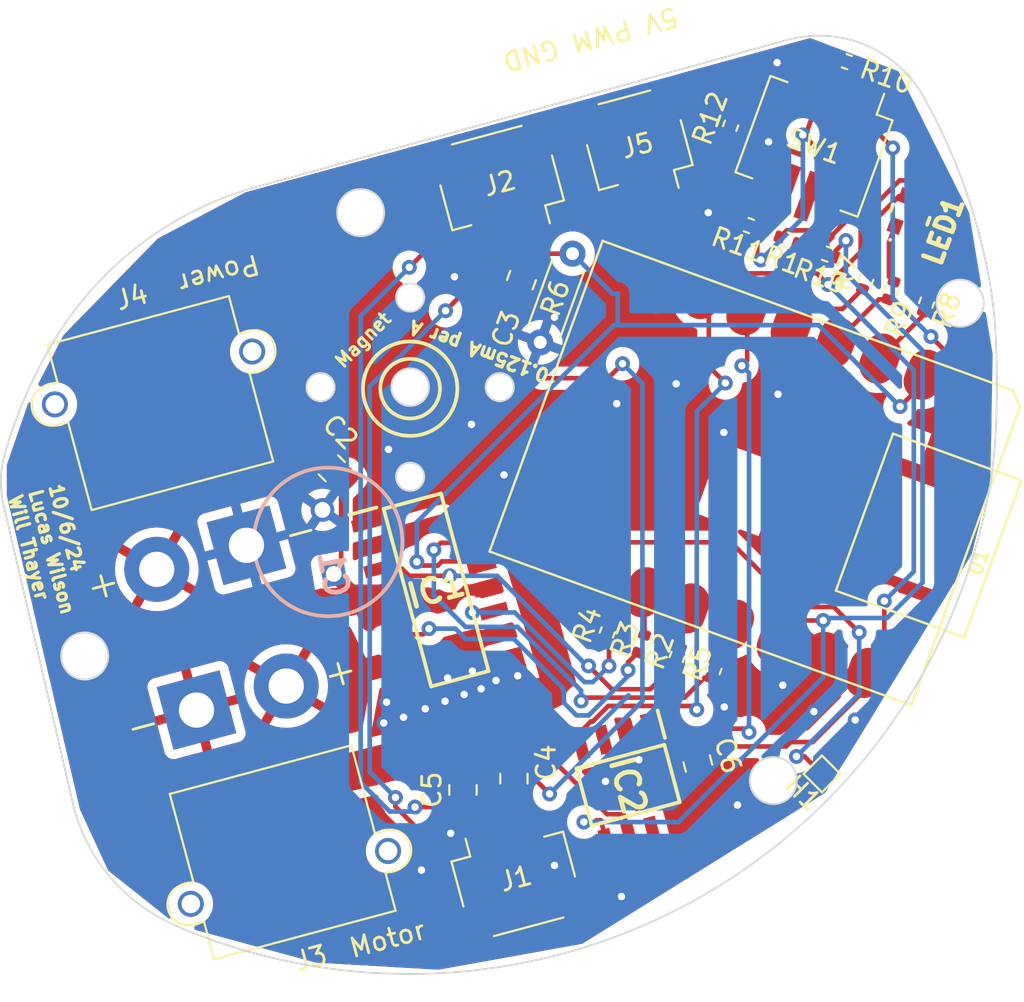
<source format=kicad_pcb>
(kicad_pcb (version 20240108) (generator "pcbnew") (generator_version "8.0")
  (layers (0 "F.Cu" signal) (31 "B.Cu" signal) (34 "B.Paste" user) (35 "F.Paste" user) (36 "B.SilkS" user "B.Silkscreen") (37 "F.SilkS" user "F.Silkscreen") (38 "B.Mask" user) (39 "F.Mask" user) (44 "Edge.Cuts" user))
  (net 0 "")
  (net 1 "GND")
  (net 2 "/OUTA")
  (net 3 "Net-(IC1-INA)")
  (net 4 "+24V")
  (net 5 "Net-(IC1-INB)")
  (net 6 "/OUTB")
  (net 7 "Net-(IC1-PWM)")
  (net 8 "+5V")
  (net 9 "Net-(IC1-SEL0)")
  (net 10 "RSENSE")
  (net 11 "Net-(C4-Pad1)")
  (net 12 "CANH")
  (net 13 "CANL")
  (net 14 "Net-(LED1-K_RED)")
  (net 15 "Net-(LED1-K_BLUE)")
  (net 16 "Net-(LED1-K_GREEN)")
  (net 17 "Net-(C5-Pad1)")
  (net 18 "CANTX")
  (net 19 "+3.3V")
  (net 20 "CANRX")
  (net 21 "ANGLE")
  (net 22 "Net-(R1-Pad1)")
  (net 23 "DipV")
  (net 24 "Net-(J1-Pad4)")
  (net 25 "INA")
  (net 26 "INB")
  (net 27 "PWM")
  (net 28 "SEL")
  (net 29 "LEDG")
  (net 30 "LEDR")
  (net 31 "Net-(R10-Pad1)")
  (net 32 "Net-(R11-Pad1)")
  (net 33 "Net-(U1-PA7_A8_D8_SCK)")
  (net 34 "LEDB")
  (footprint "Library:Xt30 Horizontal" (layer "F.Cu") (at 129.1056 87.5116 15)
    (property "Reference" "J4")
    (property "Value" "XT30PB")
  )
  (footprint "Resistor_SMD:R_0402_1005Metric" (layer "F.Cu") (at 160.3756 71.8312 160)
    (property "Reference" "R13")
    (property "Value" "8k")
  )
  (footprint "Resistor_SMD:R_0402_1005Metric" (layer "F.Cu") (at 148.5392 92.202 70)
    (property "Reference" "R4")
    (property "Value" "1.1k")
  )
  (footprint "Connector_JST:JST_SH_SM03B-SRSS-TB_1x03-1MP_P1.00mm_Horizontal" (layer "F.Cu") (at 150.155656 65.982595 -165)
    (property "Reference" "J5")
    (property "Value" "Conn_01x03_Pin")
  )
  (footprint "Resistor_SMD:R_0402_1005Metric" (layer "F.Cu") (at 163.8046 73.787 -110)
    (property "Reference" "R9")
    (property "Value" "165")
  )
  (footprint "Resistor_SMD:R_0402_1005Metric" (layer "F.Cu") (at 156.1606 70.2937 -20)
    (property "Reference" "R11")
    (property "Value" "2.2k")
  )
  (footprint "Resistor_SMD:R_0402_1005Metric" (layer "F.Cu") (at 152.2984 93.5228 -110)
    (property "Reference" "R2")
    (property "Value" "1.1k")
  )
  (footprint "Capacitor_SMD:C_0805_2012Metric" (layer "F.Cu") (at 133.7056 83.3628 135)
    (property "Reference" "C2")
    (property "Value" "100nF")
  )
  (footprint "Resistor_THT:R_Axial_DIN0204_L3.6mm_D1.6mm_P5.08mm_Horizontal" (layer "F.Cu") (at 146.664731 71.806581 -110)
    (property "Reference" "R6")
    (property "Value" "Rsense")
  )
  (footprint "Connector_JST:JST_SH_SM04B-SRSS-TB_1x04-1MP_P1.00mm_Horizontal" (layer "F.Cu") (at 142.738494 68.017004 -165)
    (property "Reference" "J2")
    (property "Value" "B4B-XH-A_LF__SN_")
  )
  (footprint "SamacSys_Parts:SOIC127P600X175-16N" (layer "F.Cu") (at 139.319 89.916 15)
    (property "Reference" "IC1")
    (property "Value" "VNH7100BASTR" (hide yes))
  )
  (footprint "arduino-library:ESP32-C3 16 Pin" (layer "F.Cu") (at 151.2649 72.2128 -110)
    (property "Reference" "U1")
    (property "Value" "MOUDLE-SEEEDUINO-XIAO-ESP32C3")
  )
  (footprint "Resistor_SMD:R_0402_1005Metric" (layer "F.Cu") (at 150.368 92.8116 -110)
    (property "Reference" "R3")
    (property "Value" "1.1k")
  )
  (footprint "TestPoint:TestPoint_Pad_1.0x1.0mm" (layer "F.Cu") (at 160.0962 99.822 135)
    (property "Reference" "H1")
    (property "Value" "Test Point")
  )
  (footprint "Resistor_SMD:R_0402_1005Metric" (layer "F.Cu") (at 158.2914 71.0827 -20)
    (property "Reference" "R1")
    (property "Value" "8.2k")
  )
  (footprint "Resistor_SMD:R_0402_1005Metric" (layer "F.Cu") (at 165.735 74.4474 -110)
    (property "Reference" "R8")
    (property "Value" "120")
  )
  (footprint "SamacSys_Parts:SOIC127P600X175-8N" (layer "F.Cu") (at 149.6568 100.4316 -75)
    (property "Reference" "IC2")
    (property "Value" "TJA1050T_CM" (hide yes))
  )
  (footprint "Resistor_SMD:R_0402_1005Metric" (layer "F.Cu") (at 155.1805 64.921 70)
    (property "Reference" "R12")
    (property "Value" "1.1k")
  )
  (footprint "Resistor_SMD:R_0402_1005Metric" (layer "F.Cu") (at 154.2796 94.1832 70)
    (property "Reference" "R5")
    (property "Value" "1.1k")
  )
  (footprint "Resistor_SMD:R_0402_1005Metric" (layer "F.Cu") (at 162.4584 73.2282 70)
    (property "Reference" "R7")
    (property "Value" "120")
  )
  (footprint "Capacitor_SMD:C_0805_2012Metric" (layer "F.Cu") (at 143.51 100.076 -90)
    (property "Reference" "C4")
    (property "Value" "1nF")
  )
  (footprint "Capacitor_SMD:C_0805_2012Metric" (layer "F.Cu") (at 153.416 99.2632 -75)
    (property "Reference" "C6")
    (property "Value" "100nF")
  )
  (footprint "Connector_JST:JST_SH_SM04B-SRSS-TB_1x04-1MP_P1.00mm_Horizontal" (layer "F.Cu") (at 143.6116 105.4608 15)
    (property "Reference" "J1")
    (property "Value" "B4B-XH-A_LF__SN_")
  )
  (footprint "SamacSys_Parts:NHB2020RGBAHF" (layer "F.Cu") (at 164.846 69.6976 -110)
    (property "Reference" "LED1")
    (property "Value" "NH-B2020RGBA-HF" (hide yes))
  )
  (footprint "Capacitor_SMD:C_0805_2012Metric" (layer "F.Cu") (at 140.7668 100.6856 90)
    (property "Reference" "C5")
    (property "Value" "1nF")
  )
  (footprint "Resistor_SMD:R_0402_1005Metric" (layer "F.Cu") (at 161.4424 61.468 -20)
    (property "Reference" "R10")
    (property "Value" "3.9k")
  )
  (footprint "Capacitor_SMD:C_0805_2012Metric" (layer "F.Cu") (at 143.9164 73.2282 -110)
    (property "Reference" "C3")
    (property "Value" "10nF")
  )
  (footprint "Button_Switch_SMD:SW_DIP_SPSTx04_Slide_KingTek_DSHP04TJ_W5.25mm_P1.27mm_JPin" (layer "F.Cu") (at 159.6689 66.0263 -110)
    (property "Reference" "SW1")
    (property "Value" "SW_DIP_x04")
  )
  (footprint "Library:Xt30 Horizontal" (layer "F.Cu") (at 126.4184 96.3844 -165)
    (property "Reference" "J3")
    (property "Value" "XT30PB")
  )
  (footprint "SamacSys_Parts:CAPPRD350W65D800H1300" (layer "B.Cu") (at 133.8072 89.0524 100)
    (property "Reference" "C1")
    (property "Value" "EEU-FK1E271" (hide yes))
  )
  (gr_circle (center 137.922 79.076437) (end 140.462 78.994) (stroke (width 0.2)) (fill none) (layer "F.SilkS"))
  (gr_circle (center 137.922 79.076437) (end 139.528437 79.076437) (stroke (width 0.2)) (fill none) (layer "F.SilkS"))
  (gr_arc (start 158.193494 60.301978) (mid 162.429114 60.568514) (end 165.594397 63.395616) (stroke (width 0.1)) (layer "Edge.Cuts"))
  (gr_circle (center 137.922 74.168) (end 138.684 74.168) (stroke (width 0.1)) (fill none) (layer "Edge.Cuts"))
  (gr_arc (start 165.594398 63.395616) (mid 167.811397 68.312121) (end 169.164 73.533) (stroke (width 0.1)) (layer "Edge.Cuts"))
  (gr_arc (start 123.850392 107.206344) (mid 121.232793 104.689188) (end 119.75093 101.373772) (stroke (width 0.1)) (layer "Edge.Cuts"))
  (gr_circle (center 135.255 69.596) (end 136.525 69.596) (stroke (width 0.1)) (fill none) (layer "Edge.Cuts"))
  (gr_circle (center 167.5384 74.4728) (end 168.8084 74.4728) (stroke (width 0.1)) (fill none) (layer "Edge.Cuts"))
  (gr_circle (center 137.922 83.82) (end 138.684 83.82) (stroke (width 0.1)) (fill none) (layer "Edge.Cuts"))
  (gr_circle (center 142.748 78.994) (end 143.51 78.994) (stroke (width 0.1)) (fill none) (layer "Edge.Cuts"))
  (gr_circle (center 120.396 93.472) (end 121.666 93.472) (stroke (width 0.1)) (fill none) (layer "Edge.Cuts"))
  (gr_line (start 119.75093 101.373772) (end 116.027329 85.326842) (stroke (width 0.1)) (layer "Edge.Cuts"))
  (gr_arc (start 116.027329 85.326842) (mid 115.88691 83.937977) (end 116.100667 82.558494) (stroke (width 0.1)) (layer "Edge.Cuts"))
  (gr_arc (start 118.741955 76.501782) (mid 123.400806 71.306767) (end 129.653238 68.208353) (stroke (width 0.1)) (layer "Edge.Cuts"))
  (gr_arc (start 116.101807 82.554546) (mid 117.225046 79.442303) (end 118.741955 76.501775) (stroke (width 0.1)) (layer "Edge.Cuts"))
  (gr_circle (center 133.096 78.994) (end 133.858 78.994) (stroke (width 0.1)) (fill none) (layer "Edge.Cuts"))
  (gr_arc (start 125.544806 108.101913) (mid 124.67804 107.691135) (end 123.850392 107.206344) (stroke (width 0.1)) (layer "Edge.Cuts"))
  (gr_curve (pts (xy 169.164 84.175072) (xy 169.4499 82.493814) (xy 169.515989 80.724816) (xy 169.515989 78.854036)) (stroke (width 0.1)) (layer "Edge.Cuts"))
  (gr_curve (pts (xy 169.515989 78.854036) (xy 169.515989 76.983256) (xy 169.4499 75.214258) (xy 169.164 73.533)) (stroke (width 0.1)) (layer "Edge.Cuts"))
  (gr_circle (center 137.922 78.994) (end 138.938 78.994) (stroke (width 0.1)) (fill none) (layer "Edge.Cuts"))
  (gr_arc (start 169.164 84.175072) (mid 153.138084 106.682278) (end 125.544806 108.101913) (stroke (width 0.1)) (layer "Edge.Cuts"))
  (gr_circle (center 157.48 100.1776) (end 158.75 100.1776) (stroke (width 0.1)) (fill none) (layer "Edge.Cuts"))
  (gr_line (start 129.653238 68.208353) (end 158.193504 60.302014) (stroke (width 0.1)) (layer "Edge.Cuts"))
  (gr_text "Power" (at 127.6096 72.898 195) (layer "F.SilkS") (effects (font (size 1 1))))
  (gr_text "Magnet" (at 135.382 76.454 45) (layer "F.SilkS") (effects (font (size 0.7 0.7))))
  (gr_text "Motor" (at 136.7028 108.712 15) (layer "F.SilkS") (effects (font (size 1 1))))
  (gr_text "5V PWM GND" (at 147.6248 60.2488 -165) (layer "F.SilkS") (effects (font (size 1 1))))
  (gr_text "0.125mA per A\n" (at 145.5928 78.0542 160) (layer "F.SilkS") (effects (font (size 0.7 0.7) (thickness 0.175) (bold yes)) (justify left bottom)))
  (gr_text "10/6/24 \nLucas Wilson\nWill Thayer\n" (at 116.205 84.836 -75) (layer "F.SilkS") (effects (font (size 0.7 0.7) (thickness 0.175) (bold yes)) (justify left bottom)))
  (via (at 150.241 99.06) (size 0.8) (drill 0.4) (layers "F.Cu" "B.Cu") (net 1))
  (via (at 149.3012 106.426) (size 0.8) (drill 0.4) (layers "F.Cu" "B.Cu") (net 1))
  (via (at 143.7132 94.5388) (size 0.8) (drill 0.4) (layers "F.Cu" "B.Cu") (net 1))
  (via (at 142.9766 83.7184) (size 0.8) (drill 0.4) (layers "F.Cu" "B.Cu") (net 1))
  (via (at 157.734 79.375) (size 0.8) (drill 0.4) (layers "F.Cu" "B.Cu") (net 1))
  (via (at 157.988 95.0468) (size 0.8) (drill 0.4) (layers "F.Cu" "B.Cu") (net 1))
  (via (at 141.742892 95.239308) (size 0.8) (drill 0.4) (layers "F.Cu" "B.Cu") (net 1))
  (via (at 141.2748 94.2848) (size 0.8) (drill 0.4) (layers "F.Cu" "B.Cu") (net 1))
  (via (at 136.5 97.0788) (size 0.8) (drill 0.4) (layers "F.Cu" "B.Cu") (net 1))
  (via (at 140.1064 103.0224) (size 0.8) (drill 0.4) (layers "F.Cu" "B.Cu") (net 1))
  (via (at 145.6944 75.2348) (size 0.8) (drill 0.4) (layers "F.Cu" "B.Cu") (net 1))
  (via (at 157.6832 61.5188) (size 0.8) (drill 0.4) (layers "F.Cu" "B.Cu") (net 1))
  (via (at 148.4376 100.2284) (size 0.8) (drill 0.4) (layers "F.Cu" "B.Cu") (net 1))
  (via (at 159.6644 96.4692) (size 0.8) (drill 0.4) (layers "F.Cu" "B.Cu") (net 1))
  (via (at 154.813 81.4324) (size 0.8) (drill 0.4) (layers "F.Cu" "B.Cu") (net 1))
  (via (at 149.0472 79.883) (size 0.8) (drill 0.4) (layers "F.Cu" "B.Cu") (net 1))
  (via (at 137.566 96.774) (size 0.8) (drill 0.4) (layers "F.Cu" "B.Cu") (net 1))
  (via (at 155.5496 101.4984) (size 0.8) (drill 0.4) (layers "F.Cu" "B.Cu") (net 1))
  (via (at 139.939192 94.654808) (size 0.8) (drill 0.4) (layers "F.Cu" "B.Cu") (net 1))
  (via (at 142.5448 94.7928) (size 0.8) (drill 0.4) (layers "F.Cu" "B.Cu") (net 1))
  (via (at 138.5316 105.0036) (size 0.8) (drill 0.4) (layers "F.Cu" "B.Cu") (net 1))
  (via (at 136.7536 82.3468) (size 0.8) (drill 0.4) (layers "F.Cu" "B.Cu") (net 1))
  (via (at 136.652 95.9612) (size 0.8) (drill 0.4) (layers "F.Cu" "B.Cu") (net 1))
  (via (at 161.888808 96.915608) (size 0.8) (drill 0.4) (layers "F.Cu" "B.Cu") (net 1))
  (via (at 140.828392 95.544008) (size 0.8) (drill 0.4) (layers "F.Cu" "B.Cu") (net 1))
  (via (at 154.8384 96.2152) (size 0.8) (drill 0.4) (layers "F.Cu" "B.Cu") (net 1))
  (via (at 138.735 96.3168) (size 0.8) (drill 0.4) (layers "F.Cu" "B.Cu") (net 1))
  (via (at 153.9748 69.596) (size 0.8) (drill 0.4) (layers "F.Cu" "B.Cu") (net 1))
  (via (at 145.6944 104.7496) (size 0.8) (drill 0.4) (layers "F.Cu" "B.Cu") (net 1))
  (via (at 157.226 65.786) (size 0.8) (drill 0.4) (layers "F.Cu" "B.Cu") (net 1))
  (via (at 141.224 81.0006) (size 0.8) (drill 0.4) (layers "F.Cu" "B.Cu") (net 1))
  (via (at 152.2476 78.8162) (size 0.8) (drill 0.4) (layers "F.Cu" "B.Cu") (net 1))
  (via (at 140.3096 73.0504) (size 0.8) (drill 0.4) (layers "F.Cu" "B.Cu") (net 1))
  (via (at 139.8016 95.9104) (size 0.8) (drill 0.4) (layers "F.Cu" "B.Cu") (net 1))
  (segment (start 137.4906 88.7778) (end 137.865472 89.152672) (width 0.25) (layer "F.Cu") (net 3))
  (segment (start 136.2064 88.7778) (end 137.4906 88.7778) (width 0.25) (layer "F.Cu") (net 3))
  (segment (start 152.1325 93.9786) (end 150.8481 95.263) (width 0.25) (layer "F.Cu") (net 3))
  (segment (start 148.787409 95.263) (end 147.52778 94.003371) (width 0.25) (layer "F.Cu") (net 3))
  (segment (start 137.865472 89.152672) (end 140.054272 89.152672) (width 0.25) (layer "F.Cu") (net 3))
  (segment (start 150.8481 95.263) (end 148.787409 95.263) (width 0.25) (layer "F.Cu") (net 3))
  (via (at 147.52778 94.003371) (size 0.8) (drill 0.4) (layers "F.Cu" "B.Cu") (net 3))
  (via (at 140.054272 89.152672) (size 0.8) (drill 0.4) (layers "F.Cu" "B.Cu") (net 3))
  (segment (start 147.450702 94.003371) (end 147.52778 94.003371) (width 0.25) (layer "B.Cu") (net 3))
  (segment (start 140.054272 89.152672) (end 142.600003 89.152672) (width 0.25) (layer "B.Cu") (net 3))
  (segment (start 142.600003 89.152672) (end 147.450702 94.003371) (width 0.25) (layer "B.Cu") (net 3))
  (segment (start 134.558 84.2886) (end 134.204 84.6421) (width 0.25) (layer "F.Cu") (net 4))
  (segment (start 134.759 90.0046) (end 136.535 90.0046) (width 0.762) (layer "F.Cu") (net 4))
  (segment (start 133.807 89.0524) (end 134.759 90.0046) (width 0.762) (layer "F.Cu") (net 4))
  (segment (start 134.204 84.6421) (end 134.204 88.6553) (width 0.25) (layer "F.Cu") (net 4))
  (segment (start 134.204 88.6553) (end 133.807 89.0524) (width 0.25) (layer "F.Cu") (net 4))
  (segment (start 150.20212 93.267351) (end 149.6568 93.812671) (width 0.25) (layer "F.Cu") (net 5))
  (segment (start 138.938 91.9988) (end 138.6332 92.3036) (width 0.25) (layer "F.Cu") (net 5))
  (segment (start 149.6568 93.812671) (end 149.6568 94.234) (width 0.25) (layer "F.Cu") (net 5))
  (segment (start 137.346865 92.3036) (end 137.192459 92.458006) (width 0.25) (layer "F.Cu") (net 5))
  (segment (start 138.6332 92.3036) (end 137.346865 92.3036) (width 0.25) (layer "F.Cu") (net 5))
  (via (at 149.6568 94.234) (size 0.8) (drill 0.4) (layers "F.Cu" "B.Cu") (net 5))
  (via (at 138.938 91.9988) (size 0.8) (drill 0.4) (layers "F.Cu" "B.Cu") (net 5))
  (segment (start 146.2024 95.995394) (end 146.2024 95.4024) (width 0.25) (layer "B.Cu") (net 5))
  (segment (start 146.879406 96.6724) (end 146.2024 95.995394) (width 0.25) (layer "B.Cu") (net 5))
  (segment (start 149.6568 94.550549) (end 147.534949 96.6724) (width 0.25) (layer "B.Cu") (net 5))
  (segment (start 147.534949 96.6724) (end 146.879406 96.6724) (width 0.25) (layer "B.Cu") (net 5))
  (segment (start 149.6568 94.234) (end 149.6568 94.550549) (width 0.25) (layer "B.Cu") (net 5))
  (segment (start 140.3604 91.9988) (end 138.938 91.9988) (width 0.25) (layer "B.Cu") (net 5))
  (segment (start 146.1516 95.1992) (end 143.51 92.5576) (width 0.25) (layer "B.Cu") (net 5))
  (segment (start 146.1516 95.3516) (end 146.1516 95.1992) (width 0.25) (layer "B.Cu") (net 5))
  (segment (start 143.51 92.5576) (end 140.9192 92.5576) (width 0.25) (layer "B.Cu") (net 5))
  (segment (start 146.2024 95.4024) (end 146.1516 95.3516) (width 0.25) (layer "B.Cu") (net 5))
  (segment (start 140.9192 92.5576) (end 140.3604 91.9988) (width 0.25) (layer "B.Cu") (net 5))
  (segment (start 141.345518 91.054171) (end 141.270289 91.1294) (width 0.25) (layer "F.Cu") (net 7))
  (segment (start 148.630631 92.915061) (end 148.630631 94.010206) (width 0.25) (layer "F.Cu") (net 7))
  (segment (start 148.373321 92.657751) (end 148.630631 92.915061) (width 0.25) (layer "F.Cu") (net 7))
  (segment (start 142.431641 91.054171) (end 141.345518 91.054171) (width 0.25) (layer "F.Cu") (net 7))
  (via (at 141.270289 91.1294) (size 0.8) (drill 0.4) (layers "F.Cu" "B.Cu") (net 7))
  (via (at 148.630631 94.010206) (size 0.8) (drill 0.4) (layers "F.Cu" "B.Cu") (net 7))
  (segment (start 148.630631 94.010206) (end 147.76119 94.879647) (width 0.25) (layer "B.Cu") (net 7))
  (segment (start 143.557792 91.1294) (end 141.270289 91.1294) (width 0.25) (layer "B.Cu") (net 7))
  (segment (start 147.308039 94.879647) (end 143.557792 91.1294) (width 0.25) (layer "B.Cu") (net 7))
  (segment (start 147.76119 94.879647) (end 147.308039 94.879647) (width 0.25) (layer "B.Cu") (net 7))
  (segment (start 162.18283 69.95267) (end 162.18283 71.71117) (width 0.25) (layer "F.Cu") (net 8))
  (segment (start 163.4566 94.2518) (end 163.4566 90.5127) (width 0.25) (layer "F.Cu") (net 8))
  (segment (start 164.9633 67.864) (end 164.2715 67.864) (width 0.25) (layer "F.Cu") (net 8))
  (segment (start 155.6092 72.8676) (end 151.63922 68.89762) (width 0.25) (layer "F.Cu") (net 8))
  (segment (start 162.18283 71.71117) (end 160.4249 73.4691) (width 0.25) (layer "F.Cu") (net 8))
  (segment (start 160.4249 73.4691) (end 159.8234 72.8676) (width 0.25) (layer "F.Cu") (net 8))
  (segment (start 148.6693 99.1995) (end 149.4696 99.9998) (width 0.25) (layer "F.Cu") (net 8))
  (segment (start 151.638 99.9998) (end 153.2922 98.3456) (width 0.25) (layer "F.Cu") (net 8))
  (segment (start 165.9863 68.1726) (end 165.2719 68.1726) (width 0.25) (layer "F.Cu") (net 8))
  (segment (start 153.2922 98.3456) (end 158.165184 98.3456) (width 0.25) (layer "F.Cu") (net 8))
  (segment (start 158.165184 98.3456) (end 158.403584 98.1072) (width 0.25) (layer "F.Cu") (net 8))
  (segment (start 149.4696 99.9998) (end 151.638 99.9998) (width 0.25) (layer "F.Cu") (net 8))
  (segment (start 159.6012 98.1072) (end 163.4566 94.2518) (width 0.25) (layer "F.Cu") (net 8))
  (segment (start 165.2719 68.1726) (end 164.9633 67.864) (width 0.25) (layer "F.Cu") (net 8))
  (segment (start 148.3418 97.9773) (end 148.6693 99.1995) (width 0.25) (layer "F.Cu") (net 8))
  (segment (start 159.8234 72.8676) (end 155.6092 72.8676) (width 0.25) (layer "F.Cu") (net 8))
  (segment (start 165.6535 69.087) (end 165.9863 68.1726) (width 0.25) (layer "F.Cu") (net 8))
  (segment (start 158.403584 98.1072) (end 159.6012 98.1072) (width 0.25) (layer "F.Cu") (net 8))
  (segment (start 151.63922 68.89762) (end 151.63922 67.655628) (width 0.25) (layer "F.Cu") (net 8))
  (segment (start 164.2715 67.864) (end 162.18283 69.95267) (width 0.25) (layer "F.Cu") (net 8))
  (via (at 160.4249 73.4691) (size 0.8) (drill 0.4) (layers "F.Cu" "B.Cu") (net 8))
  (via (at 163.4566 90.5127) (size 0.8) (drill 0.4) (layers "F.Cu" "B.Cu") (net 8))
  (segment (start 165.043 78.0872) (end 165.043 88.9263) (width 0.25) (layer "B.Cu") (net 8))
  (segment (start 160.4249 73.4691) (end 165.043 78.0872) (width 0.25) (layer "B.Cu") (net 8))
  (segment (start 165.043 88.9263) (end 163.4566 90.5127) (width 0.25) (layer "B.Cu") (net 8))
  (segment (start 152.699136 95.713) (end 147.314111 95.713) (width 0.25) (layer "F.Cu") (net 9))
  (segment (start 139.581153 87.373994) (end 139.198979 87.756168) (width 0.25) (layer "F.Cu") (net 9))
  (segment (start 147.314111 95.713) (end 147.129711 95.8974) (width 0.25) (layer "F.Cu") (net 9))
  (segment (start 154.113721 94.638951) (end 153.773185 94.638951) (width 0.25) (layer "F.Cu") (net 9))
  (segment (start 141.445541 87.373994) (end 139.581153 87.373994) (width 0.25) (layer "F.Cu") (net 9))
  (segment (start 153.773185 94.638951) (end 152.699136 95.713) (width 0.25) (layer "F.Cu") (net 9))
  (via (at 147.129711 95.8974) (size 0.8) (drill 0.4) (layers "F.Cu" "B.Cu") (net 9))
  (via (at 139.198979 87.756168) (size 0.8) (drill 0.4) (layers "F.Cu" "B.Cu") (net 9))
  (segment (start 140.902396 91.9044) (end 143.696396 91.9044) (width 0.25) (layer "B.Cu") (net 9))
  (segment (start 139.198979 87.756168) (end 139.198979 90.200983) (width 0.25) (layer "B.Cu") (net 9))
  (segment (start 143.696396 91.9044) (end 147.129711 95.337715) (width 0.25) (layer "B.Cu") (net 9))
  (segment (start 147.129711 95.337715) (end 147.129711 95.8974) (width 0.25) (layer "B.Cu") (net 9))
  (segment (start 139.198979 90.200983) (end 140.902396 91.9044) (width 0.25) (layer "B.Cu") (net 9))
  (segment (start 146.664731 71.806581) (end 144.770231 71.806581) (width 0.25) (layer "F.Cu") (net 10))
  (segment (start 164.3067 80.0405) (end 165.6197 78.7275) (width 0.25) (layer "F.Cu") (net 10))
  (segment (start 144.770231 71.806581) (end 144.241319 72.335493) (width 0.25) (layer "F.Cu") (net 10))
  (segment (start 141.7742 88.6007) (end 141.551172 88.377672) (width 0.25) (layer "F.Cu") (net 10))
  (segment (start 139.411284 88.6007) (end 138.479428 88.6007) (width 0.25) (layer "F.Cu") (net 10))
  (segment (start 165.6197 78.7275) (end 165.6197 78.3261) (width 0.25) (layer "F.Cu") (net 10))
  (segment (start 139.634312 88.377672) (end 139.411284 88.6007) (width 0.25) (layer "F.Cu") (net 10))
  (segment (start 138.479428 88.6007) (end 138.2818 88.403072) (width 0.25) (layer "F.Cu") (net 10))
  (segment (start 141.551172 88.377672) (end 139.634312 88.377672) (width 0.25) (layer "F.Cu") (net 10))
  (via (at 164.3067 80.0405) (size 0.8) (drill 0.4) (layers "F.Cu" "B.Cu") (net 10))
  (via (at 138.2818 88.403072) (size 0.8) (drill 0.4) (layers "F.Cu" "B.Cu") (net 10))
  (segment (start 159.9197 75.6535) (end 164.3067 80.0405) (width 0.25) (layer "B.Cu") (net 10))
  (segment (start 149.1031 75.6535) (end 148.8921 75.6535) (width 0.25) (layer "B.Cu") (net 10))
  (segment (start 148.8921 75.6535) (end 138.2818 86.2638) (width 0.25) (layer "B.Cu") (net 10))
  (segment (start 138.2818 86.2638) (end 138.2818 88.403072) (width 0.25) (layer "B.Cu") (net 10))
  (segment (start 149.1031 75.6535) (end 149.1031 73.9656) (width 0.25) (layer "B.Cu") (net 10))
  (segment (start 146.664731 71.806581) (end 148.82375 73.9656) (width 0.25) (layer "B.Cu") (net 10))
  (segment (start 149.1031 75.6535) (end 159.9197 75.6535) (width 0.25) (layer "B.Cu") (net 10))
  (segment (start 148.82375 73.9656) (end 149.1031 73.9656) (width 0.25) (layer "B.Cu") (net 10))
  (segment (start 142.632367 71.210233) (end 142.2908 71.5518) (width 0.25) (layer "F.Cu") (net 11))
  (segment (start 142.773169 70.078266) (end 142.632367 70.219068) (width 0.25) (layer "F.Cu") (net 11))
  (segment (start 142.7057 100.1983) (end 143.51 100.1983) (width 0.25) (layer "F.Cu") (net 11))
  (segment (start 142.4377 102.1076) (end 142.4377 100.4663) (width 0.25) (layer "F.Cu") (net 11))
  (segment (start 144.7321 100.1983) (end 145.4321 100.8983) (width 0.25) (layer "F.Cu") (net 11))
  (segment (start 143.5769 103.3995) (end 143.5769 103.2468) (width 0.25) (layer "F.Cu") (net 11))
  (segment (start 143.51 100.1983) (end 143.51 99.126) (width 0.25) (layer "F.Cu") (net 11))
  (segment (start 142.2908 75.819) (end 144.9832 78.5114) (width 0.25) (layer "F.Cu") (net 11))
  (segment (start 142.4377 100.4663) (end 142.7057 100.1983) (width 0.25) (layer "F.Cu") (net 11))
  (segment (start 144.9832 78.5114) (end 148.5778 78.5114) (width 0.25) (layer "F.Cu") (net 11))
  (segment (start 143.5769 103.2468) (end 142.4377 102.1076) (width 0.25) (layer "F.Cu") (net 11))
  (segment (start 142.2908 71.5518) (end 142.2908 75.819) (width 0.25) (layer "F.Cu") (net 11))
  (segment (start 143.51 100.1983) (end 144.7321 100.1983) (width 0.25) (layer "F.Cu") (net 11))
  (segment (start 142.632367 70.219068) (end 142.632367 71.210233) (width 0.25) (layer "F.Cu") (net 11))
  (segment (start 148.5778 78.5114) (end 149.3593 77.7299) (width 0.25) (layer "F.Cu") (net 11))
  (via (at 149.3593 77.7299) (size 0.8) (drill 0.4) (layers "F.Cu" "B.Cu") (net 11))
  (via (at 145.4321 100.8983) (size 0.8) (drill 0.4) (layers "F.Cu" "B.Cu") (net 11))
  (segment (start 150.4318 78.8024) (end 149.3593 77.7299) (width 0.25) (layer "B.Cu") (net 11))
  (segment (start 145.4321 100.8983) (end 150.4318 95.8986) (width 0.25) (layer "B.Cu") (net 11))
  (segment (start 150.4318 95.8986) (end 150.4318 78.8024) (width 0.25) (layer "B.Cu") (net 11))
  (segment (start 150.4901 104.1082) (end 149.8993 104.699) (width 0.25) (layer "F.Cu") (net 12))
  (segment (start 147.4018 104.699) (end 143.7288 101.026) (width 0.25) (layer "F.Cu") (net 12))
  (segment (start 151.2993 104.1082) (end 150.4901 104.1082) (width 0.25) (layer "F.Cu") (net 12))
  (segment (start 143.7288 101.026) (end 143.51 101.026) (width 0.25) (layer "F.Cu") (net 12))
  (segment (start 149.8993 104.699) (end 147.4018 104.699) (width 0.25) (layer "F.Cu") (net 12))
  (segment (start 150.9718 102.8859) (end 151.2993 104.1082) (width 0.25) (layer "F.Cu") (net 12))
  (segment (start 144.7767 98.2462) (end 148.5229 101.9924) (width 0.25) (layer "F.Cu") (net 13))
  (segment (start 148.5229 101.9924) (end 149.4176 101.9924) (width 0.25) (layer "F.Cu") (net 13))
  (segment (start 142.2562 98.2462) (end 144.7767 98.2462) (width 0.25) (layer "F.Cu") (net 13))
  (segment (start 140.7668 99.7356) (end 142.2562 98.2462) (width 0.25) (layer "F.Cu") (net 13))
  (segment (start 149.7451 103.2146) (end 149.4176 101.9924) (width 0.25) (layer "F.Cu") (net 13))
  (segment (start 164.0385 70.3082) (end 163.7057 71.2226) (width 0.25) (layer "F.Cu") (net 14))
  (segment (start 163.7057 73.034427) (end 163.97903 73.307757) (width 0.25) (layer "F.Cu") (net 14))
  (segment (start 163.7057 71.2226) (end 163.7057 73.034427) (width 0.25) (layer "F.Cu") (net 14))
  (segment (start 162.6243 72.9502) (end 162.6243 72.7699) (width 0.25) (layer "F.Cu") (net 15))
  (segment (start 164.619886 68.710751) (end 164.247424 68.710751) (width 0.25) (layer "F.Cu") (net 15))
  (segment (start 164.247424 68.710751) (end 162.63283 70.325345) (width 0.25) (layer "F.Cu") (net 15))
  (segment (start 162.63283 70.325345) (end 162.63283 72.748958) (width 0.25) (layer "F.Cu") (net 15))
  (segment (start 165.072114 70.684449) (end 165.072114 73.130841) (width 0.25) (layer "F.Cu") (net 16))
  (segment (start 165.072114 73.130841) (end 165.90943 73.968157) (width 0.25) (layer "F.Cu") (net 16))
  (segment (start 143.672713 68.959109) (end 141.454491 68.959109) (width 0.25) (layer "F.Cu") (net 17))
  (segment (start 137.8775 72.5404) (end 141.454491 68.963409) (width 0.25) (layer "F.Cu") (net 17))
  (segment (start 143.739095 69.025491) (end 143.672713 68.959109) (width 0.25) (layer "F.Cu") (net 17))
  (segment (start 142.611 103.6584) (end 142.611 103.4798) (width 0.25) (layer "F.Cu") (net 17))
  (segment (start 141.454491 68.959109) (end 141.0716 69.342) (width 0.25) (layer "F.Cu") (net 17))
  (segment (start 141.454491 68.963409) (end 141.454491 68.959109) (width 0.25) (layer "F.Cu") (net 17))
  (segment (start 140.7668 101.6356) (end 140.7391 101.6079) (width 0.25) (layer "F.Cu") (net 17))
  (segment (start 143.739095 69.819446) (end 143.739095 69.025491) (width 0.25) (layer "F.Cu") (net 17))
  (segment (start 140.7391 101.6079) (end 138.1853 101.6079) (width 0.25) (layer "F.Cu") (net 17))
  (segment (start 142.611 103.4798) (end 140.7668 101.6356) (width 0.25) (layer "F.Cu") (net 17))
  (via (at 137.8775 72.5404) (size 0.8) (drill 0.4) (layers "F.Cu" "B.Cu") (net 17))
  (via (at 138.1853 101.6079) (size 0.8) (drill 0.4) (layers "F.Cu" "B.Cu") (net 17))
  (segment (start 138.1853 101.6079) (end 137.9462 101.847) (width 0.25) (layer "B.Cu") (net 17))
  (segment (start 135.2552 75.1627) (end 137.8775 72.5404) (width 0.25) (layer "B.Cu") (net 17))
  (segment (start 137.9462 101.847) (end 136.822 101.847) (width 0.25) (layer "B.Cu") (net 17))
  (segment (start 136.822 101.847) (end 135.2552 100.2802) (width 0.25) (layer "B.Cu") (net 17))
  (segment (start 135.2552 100.2802) (end 135.2552 75.1627) (width 0.25) (layer "B.Cu") (net 17))
  (segment (start 150.7952 97.3199) (end 151.1227 98.5421) (width 0.25) (layer "F.Cu") (net 18))
  (segment (start 151.3698 98.5421) (end 152.5262 97.3857) (width 0.25) (layer "F.Cu") (net 18))
  (segment (start 151.1227 98.5421) (end 151.3698 98.5421) (width 0.25) (layer "F.Cu") (net 18))
  (segment (start 156.1694 97.5817) (end 156.171 97.5817) (width 0.25) (layer "F.Cu") (net 18))
  (segment (start 152.5262 97.3857) (end 155.9734 97.3857) (width 0.25) (layer "F.Cu") (net 18))
  (segment (start 155.7819 77.8414) (end 156.072447 77.550853) (width 0.25) (layer "F.Cu") (net 18))
  (segment (start 155.9734 97.3857) (end 156.1694 97.5817) (width 0.25) (layer "F.Cu") (net 18))
  (segment (start 156.072447 77.550853) (end 156.072447 74.851193) (width 0.25) (layer "F.Cu") (net 18))
  (via (at 156.171 97.5817) (size 0.8) (drill 0.4) (layers "F.Cu" "B.Cu") (net 18))
  (via (at 155.7819 77.8414) (size 0.8) (drill 0.4) (layers "F.Cu" "B.Cu") (net 18))
  (segment (start 155.7819 77.8414) (end 156.171 78.2305) (width 0.25) (layer "B.Cu") (net 18))
  (segment (start 156.171 78.2305) (end 156.171 97.5817) (width 0.25) (layer "B.Cu") (net 18))
  (segment (start 147.8491 102.4158) (end 147.9438 102.3211) (width 0.25) (layer "F.Cu") (net 19))
  (segment (start 148.5184 103.5433) (end 148.1909 102.3211) (width 0.25) (layer "F.Cu") (net 19))
  (segment (start 158.792019 91.559581) (end 157.7041 92.6475) (width 0.25) (layer "F.Cu") (net 19))
  (segment (start 147.2761 102.4158) (end 147.8491 102.4158) (width 0.25) (layer "F.Cu") (net 19))
  (segment (start 147.9438 102.3211) (end 148.1909 102.3211) (width 0.25) (layer "F.Cu") (net 19))
  (segment (start 160.8314 71.6545) (end 161.387 71.0989) (width 0.25) (layer "F.Cu") (net 19))
  (segment (start 160.166373 91.559581) (end 158.792019 91.559581) (width 0.25) (layer "F.Cu") (net 19))
  (segment (start 160.8314 71.9971) (end 160.8314 71.6545) (width 0.25) (layer "F.Cu") (net 19))
  (via (at 160.166373 91.559581) (size 0.8) (drill 0.4) (layers "F.Cu" "B.Cu") (net 19))
  (via (at 161.387 71.0989) (size 0.8) (drill 0.4) (layers "F.Cu" "B.Cu") (net 19))
  (via (at 147.2761 102.4158) (size 0.8) (drill 0.4) (layers "F.Cu" "B.Cu") (net 19))
  (segment (start 163.6058 91.427) (end 165.5159 89.5169) (width 0.25) (layer "B.Cu") (net 19))
  (segment (start 161.387 72.8909) (end 161.387 71.0989) (width 0.25) (layer "B.Cu") (net 19))
  (segment (start 165.5159 89.5169) (end 165.5159 77.0198) (width 0.25) (layer "B.Cu") (net 19))
  (segment (start 165.5159 77.0198) (end 161.387 72.8909) (width 0.25) (layer "B.Cu") (net 19))
  (segment (start 160.166373 91.559581) (end 160.166373 94.619227) (width 0.25) (layer "B.Cu") (net 19))
  (segment (start 160.298954 91.427) (end 163.6058 91.427) (width 0.25) (layer "B.Cu") (net 19))
  (segment (start 152.3698 102.4158) (end 147.2761 102.4158) (width 0.25) (layer "B.Cu") (net 19))
  (segment (start 160.166373 94.619227) (end 152.3698 102.4158) (width 0.25) (layer "B.Cu") (net 19))
  (segment (start 160.166373 91.559581) (end 160.298954 91.427) (width 0.25) (layer "B.Cu") (net 19))
  (segment (start 147.1151 97.5357) (end 147.1151 98.306) (width 0.25) (layer "F.Cu") (net 20))
  (segment (start 147.748104 97.0032) (end 147.6476 97.0032) (width 0.25) (layer "F.Cu") (net 20))
  (segment (start 154.003832 77.877732) (end 154.003832 74.300663) (width 0.25) (layer "F.Cu") (net 20))
  (segment (start 153.3552 96.3607) (end 153.1575 96.163) (width 0.25) (layer "F.Cu") (net 20))
  (segment (start 147.6476 97.0032) (end 147.1151 97.5357) (width 0.25) (layer "F.Cu") (net 20))
  (segment (start 148.588304 96.163) (end 147.748104 97.0032) (width 0.25) (layer "F.Cu") (net 20))
  (segment (start 153.1575 96.163) (end 148.588304 96.163) (width 0.25) (layer "F.Cu") (net 20))
  (segment (start 154.8969 78.7708) (end 154.003832 77.877732) (width 0.25) (layer "F.Cu") (net 20))
  (via (at 153.3552 96.3607) (size 0.8) (drill 0.4) (layers "F.Cu" "B.Cu") (net 20))
  (via (at 154.8969 78.7708) (size 0.8) (drill 0.4) (layers "F.Cu" "B.Cu") (net 20))
  (segment (start 153.3552 80.3125) (end 153.3552 96.3607) (width 0.25) (layer "B.Cu") (net 20))
  (segment (start 154.8969 78.7708) (end 153.3552 80.3125) (width 0.25) (layer "B.Cu") (net 20))
  (segment (start 151.2666 69.7499) (end 150.673294 69.156594) (width 0.25) (layer "F.Cu") (net 21))
  (segment (start 151.318867 71.615767) (end 151.318867 73.178496) (width 0.25) (layer "F.Cu") (net 21))
  (segment (start 150.673294 69.156594) (end 150.673294 67.914447) (width 0.25) (layer "F.Cu") (net 21))
  (segment (start 151.2666 71.5635) (end 151.2666 69.7499) (width 0.25) (layer "F.Cu") (net 21))
  (segment (start 151.2666 71.5635) (end 151.318867 71.615767) (width 0.25) (layer "F.Cu") (net 21))
  (segment (start 161.8162 61.9829) (end 161.8162 61.7159) (width 0.25) (layer "F.Cu") (net 22))
  (segment (start 158.1989 70.5535) (end 157.8356 70.9168) (width 0.25) (layer "F.Cu") (net 22))
  (segment (start 159.8142 70.9369) (end 159.4308 70.5535) (width 0.25) (layer "F.Cu") (net 22))
  (segment (start 161.163408 65.861792) (end 160.561212 66.463988) (width 0.25) (layer "F.Cu") (net 22))
  (segment (start 160.5612 69.1445) (end 159.9083 70.9384) (width 0.25) (layer "F.Cu") (net 22))
  (segment (start 161.8162 61.7159) (end 161.8982 61.6339) (width 0.25) (layer "F.Cu") (net 22))
  (segment (start 161.8163 61.9829) (end 161.8162 61.9829) (width 0.25) (layer "F.Cu") (net 22))
  (segment (start 161.163408 63.77679) (end 161.163408 65.861792) (width 0.25) (layer "F.Cu") (net 22))
  (segment (start 159.8302 70.9369) (end 159.8142 70.9369) (width 0.25) (layer "F.Cu") (net 22))
  (segment (start 161.1634 63.7768) (end 161.8163 61.9829) (width 0.25) (layer "F.Cu") (net 22))
  (segment (start 159.4308 70.5535) (end 158.1989 70.5535) (width 0.25) (layer "F.Cu") (net 22))
  (segment (start 159.9083 70.9384) (end 159.8317 70.9384) (width 0.25) (layer "F.Cu") (net 22))
  (segment (start 159.8317 70.9384) (end 159.8302 70.9369) (width 0.25) (layer "F.Cu") (net 22))
  (segment (start 160.561212 66.463988) (end 160.561212 69.144542) (width 0.25) (layer "F.Cu") (net 22))
  (segment (start 161.5531 67.6794) (end 161.5531 66.4013) (width 0.25) (layer "F.Cu") (net 23))
  (segment (start 162.5858 65.3137) (end 163.1121 65.3137) (width 0.25) (layer "F.Cu") (net 23))
  (segment (start 161.7054 66.249) (end 161.704 66.2476) (width 0.25) (layer "F.Cu") (net 23))
  (segment (start 162.3568 64.2112) (end 161.704 66.005) (width 0.25) (layer "F.Cu") (net 23))
  (segment (start 160.6603 70.798) (end 161.7054 69.7529) (width 0.25) (layer "F.Cu") (net 23))
  (segment (start 159.1639 71.6653) (end 159.9198 71.6653) (width 0.25) (layer "F.Cu") (net 23))
  (segment (start 162.16 65.9824) (end 162.16 65.7395) (width 0.25) (layer "F.Cu") (net 23))
  (segment (start 161.7054 69.7529) (end 161.7054 67.8317) (width 0.25) (layer "F.Cu") (net 23))
  (segment (start 162.16 65.7395) (end 162.5858 65.3137) (width 0.25) (layer "F.Cu") (net 23))
  (segment (start 160.6603 70.9248) (end 160.6603 70.798) (width 0.25) (layer "F.Cu") (net 23))
  (segment (start 168.0065 78.3114) (end 165.967 76.2719) (width 0.25) (layer "F.Cu") (net 23))
  (segment (start 163.1121 65.3137) (end 163.9072 66.1088) (width 0.25) (layer "F.Cu") (net 23))
  (segment (start 159.9198 71.6653) (end 160.6603 70.9248) (width 0.25) (layer "F.Cu") (net 23))
  (segment (start 158.7472 71.2486) (end 159.1639 71.6653) (width 0.25) (layer "F.Cu") (net 23))
  (segment (start 161.7054 66.249) (end 161.8934 66.249) (width 0.25) (layer "F.Cu") (net 23))
  (segment (start 161.8934 66.249) (end 162.16 65.9824) (width 0.25) (layer "F.Cu") (net 23))
  (segment (start 161.7054 67.8317) (end 161.5531 67.6794) (width 0.25) (layer "F.Cu") (net 23))
  (segment (start 161.5531 66.4013) (end 161.7054 66.249) (width 0.25) (layer "F.Cu") (net 23))
  (segment (start 168.0065 79.1948) (end 168.0065 78.3114) (width 0.25) (layer "F.Cu") (net 23))
  (segment (start 161.704 66.2476) (end 161.704 66.005) (width 0.25) (layer "F.Cu") (net 23))
  (via (at 163.9072 66.1088) (size 0.8) (drill 0.4) (layers "F.Cu" "B.Cu") (net 23))
  (via (at 165.967 76.2719) (size 0.8) (drill 0.4) (layers "F.Cu" "B.Cu") (net 23))
  (segment (start 163.9072 74.2121) (end 163.9072 66.1088) (width 0.25) (layer "B.Cu") (net 23))
  (segment (start 165.967 76.2719) (end 163.9072 74.2121) (width 0.25) (layer "B.Cu") (net 23))
  (segment (start 140.5864 105.0366) (end 143.5052 105.0366) (width 0.25) (layer "F.Cu") (net 24))
  (segment (start 144.5429 103.9989) (end 144.5429 103.1407) (width 0.25) (layer "F.Cu") (net 24))
  (segment (start 141.807244 72.898956) (end 139.827 74.8792) (width 0.25) (layer "F.Cu") (net 24))
  (segment (start 137.1301 101.5803) (end 140.5864 105.0366) (width 0.25) (layer "F.Cu") (net 24))
  (segment (start 143.5052 105.0366) (end 144.5429 103.9989) (width 0.25) (layer "F.Cu") (net 24))
  (segment (start 137.1301 101.0895) (end 137.1301 101.5803) (width 0.25) (layer "F.Cu") (net 24))
  (segment (start 141.807244 70.337084) (end 141.807244 72.898956) (width 0.25) (layer "F.Cu") (net 24))
  (via (at 139.827 74.8792) (size 0.8) (drill 0.4) (layers "F.Cu" "B.Cu") (net 24))
  (via (at 137.1301 101.0895) (size 0.8) (drill 0.4) (layers "F.Cu" "B.Cu") (net 24))
  (segment (start 135.7441 99.7035) (end 135.7441 78.9621) (width 0.25) (layer "B.Cu") (net 24))
  (segment (start 137.1301 101.0895) (end 135.7441 99.7035) (width 0.25) (layer "B.Cu") (net 24))
  (segment (start 135.7441 78.9621) (end 139.827 74.8792) (width 0.25) (layer "B.Cu") (net 24))
  (segment (start 152.9305 90.9101) (end 152.4643 91.3763) (width 0.25) (layer "F.Cu") (net 25))
  (segment (start 152.47283 93.043557) (end 152.47283 91.367733) (width 0.25) (layer "F.Cu") (net 25))
  (segment (start 152.47283 91.367733) (end 152.930509 90.910054) (width 0.25) (layer "F.Cu") (net 25))
  (segment (start 150.5437 90.0413) (end 150.5339 90.0511) (width 0.25) (layer "F.Cu") (net 26))
  (segment (start 150.54243 92.332357) (end 150.54243 90.042586) (width 0.25) (layer "F.Cu") (net 26))
  (segment (start 150.54243 90.042586) (end 150.543692 90.041324) (width 0.25) (layer "F.Cu") (net 26))
  (segment (start 148.71363 91.722757) (end 148.156871 91.165998) (width 0.25) (layer "F.Cu") (net 27))
  (segment (start 148.156871 91.165998) (end 148.156871 89.172593) (width 0.25) (layer "F.Cu") (net 27))
  (segment (start 154.45403 93.703957) (end 154.45403 92.642089) (width 0.25) (layer "F.Cu") (net 28))
  (segment (start 154.45403 92.642089) (end 155.317332 91.778787) (width 0.25) (layer "F.Cu") (net 28))
  (segment (start 155.3173 91.7788) (end 155.3173 92.8556) (width 0.25) (layer "F.Cu") (net 28))
  (segment (start 163.168496 74.266243) (end 163.63017 74.266243) (width 0.25) (layer "F.Cu") (net 29))
  (segment (start 160.8461 76.5887) (end 160.8461 75.3082) (width 0.25) (layer "F.Cu") (net 29))
  (segment (start 160.846085 76.588654) (end 163.168496 74.266243) (width 0.25) (layer "F.Cu") (net 29))
  (segment (start 163.232904 77.457386) (end 165.56057 75.12972) (width 0.25) (layer "F.Cu") (net 30))
  (segment (start 165.56057 75.12972) (end 165.56057 74.926643) (width 0.25) (layer "F.Cu") (net 30))
  (segment (start 164.0197 76.6706) (end 163.2329 77.4574) (width 0.25) (layer "F.Cu") (net 30))
  (segment (start 159.3172 65.4084) (end 159.3172 65.6467) (width 0.25) (layer "F.Cu") (net 31))
  (segment (start 160.0206 66.9163) (end 160.0207 66.9163) (width 0.25) (layer "F.Cu") (net 31))
  (segment (start 159.97 63.3424) (end 159.3171 65.1363) (width 0.25) (layer "F.Cu") (net 31))
  (segment (start 159.0685 65.4084) (end 159.3172 65.4084) (width 0.25) (layer "F.Cu") (net 31))
  (segment (start 156.6164 71.952) (end 156.8053 72.1409) (width 0.25) (layer "F.Cu") (net 31))
  (segment (start 160.6228 61.5486) (end 160.7401 61.5486) (width 0.25) (layer "F.Cu") (net 31))
  (segment (start 159.5012 65.8307) (end 159.5012 65.8411) (width 0.25) (layer "F.Cu") (net 31))
  (segment (start 159.8081 66.6398) (end 159.8081 66.6892) (width 0.25) (layer "F.Cu") (net 31))
  (segment (start 159.3172 65.6467) (end 159.5012 65.8307) (width 0.25) (layer "F.Cu") (net 31))
  (segment (start 160.7401 61.5486) (end 160.9866 61.3021) (width 0.25) (layer "F.Cu") (net 31))
  (segment (start 159.3172 65.4084) (end 159.3172 65.1363) (width 0.25) (layer "F.Cu") (net 31))
  (segment (start 159.3172 65.1363) (end 159.3171 65.1363) (width 0.25) (layer "F.Cu") (net 31))
  (segment (start 159.7783 66.61) (end 159.8081 66.6398) (width 0.25) (layer "F.Cu") (net 31))
  (segment (start 159.5012 65.8411) (end 159.7783 66.1182) (width 0.25) (layer "F.Cu") (net 31))
  (segment (start 159.97 63.3424) (end 160.6228 61.5486) (width 0.25) (layer "F.Cu") (net 31))
  (segment (start 160.0206 66.9017) (end 160.0206 66.9163) (width 0.25) (layer "F.Cu") (net 31))
  (segment (start 159.8081 66.6892) (end 160.0206 66.9017) (width 0.25) (layer "F.Cu") (net 31))
  (segment (start 159.7783 66.1182) (end 159.7783 66.61) (width 0.25) (layer "F.Cu") (net 31))
  (segment (start 156.6164 70.4596) (end 156.6164 71.952) (width 0.25) (layer "F.Cu") (net 31))
  (segment (start 159.3678 68.7102) (end 160.0207 66.9163) (width 0.25) (layer "F.Cu") (net 31))
  (via (at 159.0685 65.4084) (size 0.8) (drill 0.4) (layers "F.Cu" "B.Cu") (net 31))
  (via (at 156.8053 72.1409) (size 0.8) (drill 0.4) (layers "F.Cu" "B.Cu") (net 31))
  (segment (start 159.0685 69.8777) (end 159.0685 65.4084) (width 0.25) (layer "B.Cu") (net 31))
  (segment (start 156.8053 72.1409) (end 159.0685 69.8777) (width 0.25) (layer "B.Cu") (net 31))
  (segment (start 157.0393 69.6802) (end 156.1524 69.6802) (width 0.25) (layer "F.Cu") (net 32))
  (segment (start 158.7766 62.9081) (end 158.1238 64.7019) (width 0.25) (layer "F.Cu") (net 32))
  (segment (start 158.1238 64.7019) (end 155.8355 64.7019) (width 0.25) (layer "F.Cu") (net 32))
  (segment (start 156.1524 69.6802) (end 155.8355 69.3633) (width 0.25) (layer "F.Cu") (net 32))
  (segment (start 157.4288 70.0697) (end 157.0393 69.6802) (width 0.25) (layer "F.Cu") (net 32))
  (segment (start 155.8355 64.7019) (end 155.5988 64.4652) (width 0.25) (layer "F.Cu") (net 32))
  (segment (start 156.1524 69.6802) (end 155.7048 70.1278) (width 0.25) (layer "F.Cu") (net 32))
  (segment (start 155.5988 64.4652) (end 155.3464 64.4652) (width 0.25) (layer "F.Cu") (net 32))
  (segment (start 158.1744 68.2758) (end 157.5215 70.0697) (width 0.25) (layer "F.Cu") (net 32))
  (segment (start 157.5215 70.0697) (end 157.4288 70.0697) (width 0.25) (layer "F.Cu") (net 32))
  (segment (start 155.8355 69.3633) (end 155.8355 64.7019) (width 0.25) (layer "F.Cu") (net 32))
  (segment (start 160.735381 90.834581) (end 162.1028 92.202) (width 0.25) (layer "F.Cu") (net 33))
  (segment (start 159.1564 98.8822) (end 160.0962 99.822) (width 0.25) (layer "F.Cu") (net 33))
  (segment (start 158.7246 98.8822) (end 159.1564 98.8822) (width 0.25) (layer "F.Cu") (net 33))
  (segment (start 155.193411 87.350011) (end 158.677981 90.834581) (width 0.25) (layer "F.Cu") (net 33))
  (segment (start 145.683083 88.291362) (end 146.624434 87.350011) (width 0.25) (layer "F.Cu") (net 33))
  (segment (start 158.677981 90.834581) (end 160.735381 90.834581) (width 0.25) (layer "F.Cu") (net 33))
  (segment (start 146.624434 87.350011) (end 155.193411 87.350011) (width 0.25) (layer "F.Cu") (net 33))
  (via (at 158.7246 98.8822) (size 0.8) (drill 0.4) (layers "F.Cu" "B.Cu") (net 33))
  (via (at 162.1028 92.202) (size 0.8) (drill 0.4) (layers "F.Cu" "B.Cu") (net 33))
  (segment (start 162.1028 95.504) (end 158.7246 98.8822) (width 0.25) (layer "B.Cu") (net 33))
  (segment (start 162.1028 92.202) (end 162.1028 95.504) (width 0.25) (layer "B.Cu") (net 33))
  (segment (start 158.459266 75.719924) (end 159.400617 74.778573) (width 0.25) (layer "F.Cu") (net 34))
  (segment (start 161.212839 74.778573) (end 162.28397 73.707442) (width 0.25) (layer "F.Cu") (net 34))
  (segment (start 159.400617 74.778573) (end 161.212839 74.778573) (width 0.25) (layer "F.Cu") (net 34))
  (zone (net 6) (net_name "/OUTB") (layer "F.Cu") (priority 4) (connect_pads thru_hole_only (clearance 0.5)) (min_thickness 0.25) (fill yes (thermal_gap 0.5) (thermal_bridge_width 0.5) (smoothing fillet) (radius 0.5))
    (polygon (pts (xy 128.5748 93.1672) (xy 134.5692 91.6432) (xy 135.5344 93.5736) (xy 144.0688 91.2876) (xy 144.4244 92.5068) (xy 135.8392 94.7928) (xy 135.3312 97.4852) (xy 130.1496 98.7552)))
  )
  (zone (net 4) (net_name "+24V") (layer "F.Cu") (priority 3) (connect_pads thru_hole_only (clearance 0.5)) (min_thickness 0.25) (fill yes (thermal_gap 0.5) (thermal_bridge_width 0.5) (smoothing fillet) (radius 0.5))
    (polygon (pts (xy 125.4252 85.598) (xy 121.031 86.741) (xy 122.8598 94.5388) (xy 135.0518 91.2368) (xy 135.454854 92.246192) (xy 143.764 90.043) (xy 143.464072 88.900242) (xy 139.319 89.916) (xy 137.339678 89.154463) (xy 135.074191 89.770754) (xy 133.100606 89.839426) (xy 127.799884 91.202971) (xy 126.65684 89.686014)))
  )
  (zone (net 2) (net_name "/OUTA") (layer "F.Cu") (priority 5) (connect_pads thru_hole_only (clearance 0.5)) (min_thickness 0.25) (fill yes (thermal_gap 0.5) (thermal_bridge_width 0.5) (smoothing fillet) (radius 0.5))
    (polygon (pts (xy 134.366 87.2744) (xy 134.6708 88.4936) (xy 142.4432 86.4362) (xy 144.8816 94.615) (xy 137.922 97.8408) (xy 130.1496 99.822) (xy 128.3208 93.0656) (xy 122.5296 94.6912) (xy 123.952 100.1776) (xy 128.778 102.1588) (xy 138.43 99.8728) (xy 147.066 95.631) (xy 144.0688 84.6074)))
  )
  (zone (net 1) (net_name "GND") (layers "F&B.Cu") (connect_pads thru_hole_only (clearance 0.5)) (min_thickness 0.25) (fill yes (thermal_gap 0.5) (thermal_bridge_width 0.5))
    (polygon (pts (xy 159.4612 60.198) (xy 164.211 61.976) (xy 168.021 69.596) (xy 169.291 77.216) (xy 169.164 84.074) (xy 168.148 88.011) (xy 160.274 100.838) (xy 147.193 108.966) (xy 139.446 110.363) (xy 132.842 109.982) (xy 125.349 107.95) (xy 121.666 105.029) (xy 120.142 101.727) (xy 116.205 84.836) (xy 116.205 83.185) (xy 117.348 79.883) (xy 119.253 76.2) (xy 124.333 70.993) (xy 129.0574 68.5038)))
  )
)
</source>
